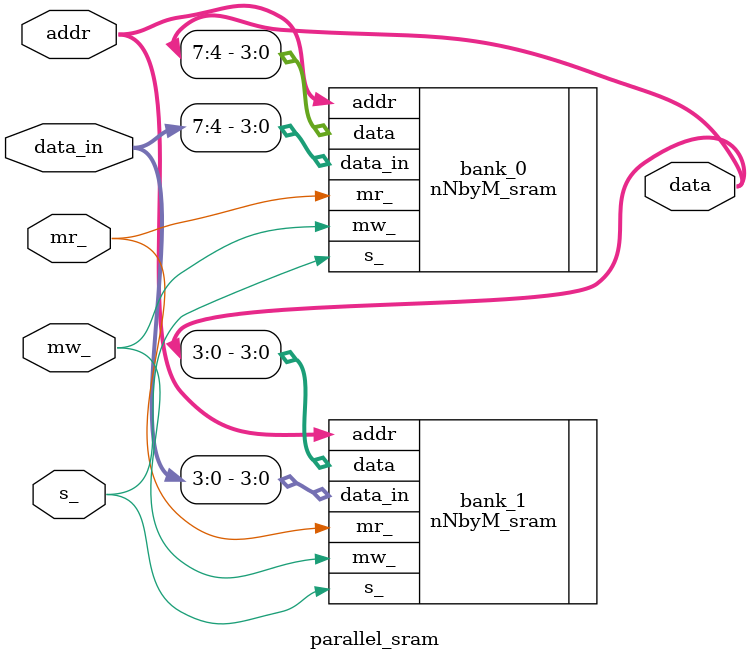
<source format=v>
module parallel_sram(s_, mr_, mw_, addr, data_in, data);
	input s_, mr_, mw_;
	input[3:0] addr;

	output[7:0] data;
	input[7:0] data_in;

	nNbyM_sram #(.N(4), .M(4)) bank_0 (
		.s_(s_), .mr_(mr_), .mw_(mw_),
		.addr(addr), .data(data[7:4]), .data_in(data_in[7:4])
	);
	
	nNbyM_sram #(.N(4), .M(4)) bank_1 (
		.s_(s_), .mr_(mr_), .mw_(mw_),
		.addr(addr), .data(data[3:0]), .data_in(data_in[3:0])
	);
endmodule

</source>
